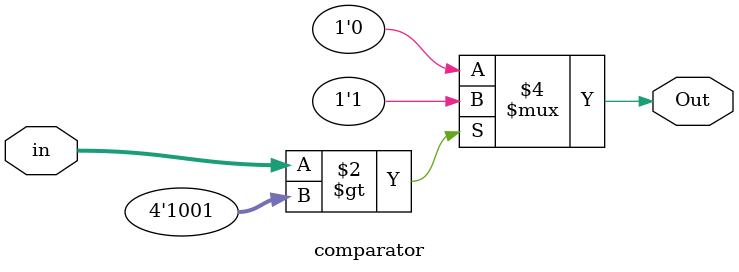
<source format=v>
module comparator( Out, in);

input [3:0] in;
output Out;
reg Out;

always @( in )
if ( in > 4'b1001 )
	Out = 1'b1;
else 
	Out= 1'b0;
endmodule 


</source>
